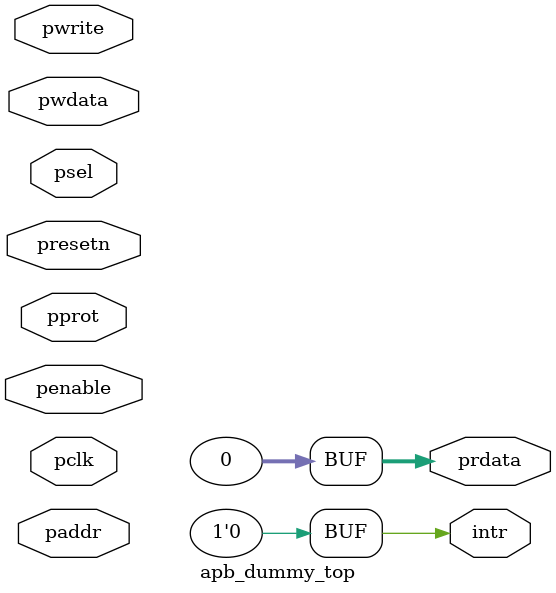
<source format=v>
/*
Copyright (c) 2019 Alibaba Group Holding Limited

Permission is hereby granted, free of charge, to any person obtaining a copy of this software and associated documentation files (the "Software"), to deal in the Software without restriction, including without limitation the rights to use, copy, modify, merge, publish, distribute, sublicense, and/or sell copies of the Software, and to permit persons to whom the Software is furnished to do so, subject to the following conditions:

The above copyright notice and this permission notice shall be included in all copies or substantial portions of the Software.

THE SOFTWARE IS PROVIDED "AS IS", WITHOUT WARRANTY OF ANY KIND, EXPRESS OR IMPLIED, INCLUDING BUT NOT LIMITED TO THE WARRANTIES OF MERCHANTABILITY, FITNESS FOR A PARTICULAR PURPOSE AND NONINFRINGEMENT. IN NO EVENT SHALL THE AUTHORS OR COPYRIGHT HOLDERS BE LIABLE FOR ANY CLAIM, DAMAGES OR OTHER LIABILITY, WHETHER IN AN ACTION OF CONTRACT, TORT OR OTHERWISE, ARISING FROM, OUT OF OR IN CONNECTION WITH THE SOFTWARE OR THE USE OR OTHER DEALINGS IN THE SOFTWARE.

*/
module apb_dummy_top(
  intr,  
  paddr,
  pclk,
  penable,
  pprot,
  prdata,
  psel,
  pwdata,
  pwrite,
  presetn
);
input   [31:0]  paddr;        
input           pclk;         
input           penable;      
input   [2 :0]  pprot;        
input           psel;         
input   [31:0]  pwdata;       
input           pwrite;       
input           presetn;   
output  [31:0]  prdata; 
output          intr;  
assign prdata[31:0] = 32'h0;
assign intr = 1'b0;
endmodule

</source>
